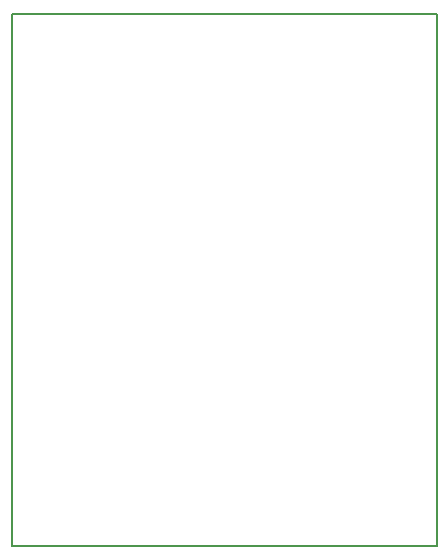
<source format=gm1>
G04 #@! TF.FileFunction,Profile,NP*
%FSLAX46Y46*%
G04 Gerber Fmt 4.6, Leading zero omitted, Abs format (unit mm)*
G04 Created by KiCad (PCBNEW 4.0.6) date Sun Apr 30 02:44:44 2017*
%MOMM*%
%LPD*%
G01*
G04 APERTURE LIST*
%ADD10C,0.100000*%
%ADD11C,0.150000*%
G04 APERTURE END LIST*
D10*
D11*
X14000000Y-57000000D02*
X14000000Y-12000000D01*
X50000000Y-57000000D02*
X14000000Y-57000000D01*
X50000000Y-12000000D02*
X50000000Y-57000000D01*
X14000000Y-12000000D02*
X50000000Y-12000000D01*
M02*

</source>
